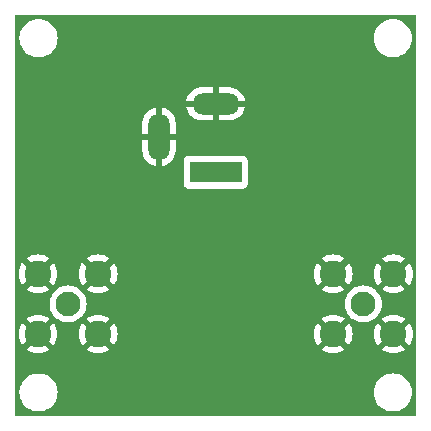
<source format=gbl>
%TF.GenerationSoftware,KiCad,Pcbnew,(6.0.6-0)*%
%TF.CreationDate,2023-01-17T17:24:57+00:00*%
%TF.ProjectId,preamplifier-tqp3m9028,70726561-6d70-46c6-9966-6965722d7471,1.0*%
%TF.SameCoordinates,Original*%
%TF.FileFunction,Copper,L2,Bot*%
%TF.FilePolarity,Positive*%
%FSLAX46Y46*%
G04 Gerber Fmt 4.6, Leading zero omitted, Abs format (unit mm)*
G04 Created by KiCad (PCBNEW (6.0.6-0)) date 2023-01-17 17:24:57*
%MOMM*%
%LPD*%
G01*
G04 APERTURE LIST*
%TA.AperFunction,ComponentPad*%
%ADD10C,2.100000*%
%TD*%
%TA.AperFunction,ComponentPad*%
%ADD11C,2.250000*%
%TD*%
%TA.AperFunction,ComponentPad*%
%ADD12R,4.400000X1.800000*%
%TD*%
%TA.AperFunction,ComponentPad*%
%ADD13O,4.000000X1.800000*%
%TD*%
%TA.AperFunction,ComponentPad*%
%ADD14O,1.800000X4.000000*%
%TD*%
%TA.AperFunction,ViaPad*%
%ADD15C,0.800000*%
%TD*%
G04 APERTURE END LIST*
D10*
X105000000Y-110000000D03*
D11*
X107550000Y-107450000D03*
X107550000Y-112550000D03*
X102450000Y-107450000D03*
X102450000Y-112550000D03*
D10*
X130000000Y-110000000D03*
D11*
X132550000Y-107450000D03*
X127450000Y-112550000D03*
X132550000Y-112550000D03*
X127450000Y-107450000D03*
D12*
X117500000Y-98856800D03*
D13*
X117500000Y-93056800D03*
D14*
X112700000Y-95856800D03*
D15*
X121025000Y-107050000D03*
X123325000Y-107125000D03*
X114400000Y-108600000D03*
X127575000Y-86825000D03*
X126000000Y-104200000D03*
X115750000Y-91000000D03*
X121200000Y-101150000D03*
X111400000Y-108600000D03*
X116000000Y-108400000D03*
X116000000Y-107400000D03*
X124000000Y-106000000D03*
X122600000Y-108600000D03*
X127750000Y-99900000D03*
X110750000Y-93750000D03*
X128250000Y-93250000D03*
X118000000Y-105200000D03*
X110750000Y-96250000D03*
X117000000Y-105200000D03*
X120400000Y-111400000D03*
X112400000Y-111400000D03*
X127750000Y-101000000D03*
X123600000Y-108600000D03*
X121200000Y-99600000D03*
X124825000Y-94800000D03*
X109400000Y-108600000D03*
X119400000Y-111400000D03*
X119000000Y-108400000D03*
X111400000Y-111400000D03*
X109400000Y-111400000D03*
X118400000Y-111400000D03*
X119000000Y-105200000D03*
X125600000Y-108600000D03*
X124400000Y-111400000D03*
X122400000Y-111400000D03*
X114400000Y-111400000D03*
X116400000Y-111400000D03*
X110400000Y-108600000D03*
X130775000Y-90350000D03*
X123400000Y-111400000D03*
X116000000Y-106200000D03*
X125400000Y-111400000D03*
X126000000Y-102200000D03*
X110750000Y-97500000D03*
X124600000Y-108600000D03*
X117400000Y-111400000D03*
X116000000Y-105200000D03*
X125200000Y-105800000D03*
X128250000Y-94500000D03*
X121200000Y-102825000D03*
X117500000Y-91000000D03*
X110750000Y-95000000D03*
X110400000Y-111400000D03*
X119000000Y-106200000D03*
X120000000Y-108400000D03*
X126000000Y-103200000D03*
X123750000Y-96500000D03*
X112400000Y-108600000D03*
X113400000Y-111400000D03*
X121400000Y-111400000D03*
X127750000Y-98800000D03*
X119250000Y-91000000D03*
X115400000Y-111400000D03*
X113400000Y-108600000D03*
X119000000Y-107400000D03*
X126000000Y-105200000D03*
%TA.AperFunction,Conductor*%
G36*
X134433621Y-85528502D02*
G01*
X134480114Y-85582158D01*
X134491500Y-85634500D01*
X134491500Y-119365500D01*
X134471498Y-119433621D01*
X134417842Y-119480114D01*
X134365500Y-119491500D01*
X100634500Y-119491500D01*
X100566379Y-119471498D01*
X100519886Y-119417842D01*
X100508500Y-119365500D01*
X100508500Y-117500000D01*
X100886526Y-117500000D01*
X100906391Y-117752403D01*
X100965495Y-117998591D01*
X101062384Y-118232502D01*
X101194672Y-118448376D01*
X101359102Y-118640898D01*
X101551624Y-118805328D01*
X101767498Y-118937616D01*
X101772068Y-118939509D01*
X101772072Y-118939511D01*
X101996836Y-119032611D01*
X102001409Y-119034505D01*
X102086032Y-119054821D01*
X102242784Y-119092454D01*
X102242790Y-119092455D01*
X102247597Y-119093609D01*
X102347416Y-119101465D01*
X102434345Y-119108307D01*
X102434352Y-119108307D01*
X102436801Y-119108500D01*
X102563199Y-119108500D01*
X102565648Y-119108307D01*
X102565655Y-119108307D01*
X102652584Y-119101465D01*
X102752403Y-119093609D01*
X102757210Y-119092455D01*
X102757216Y-119092454D01*
X102913968Y-119054821D01*
X102998591Y-119034505D01*
X103003164Y-119032611D01*
X103227928Y-118939511D01*
X103227932Y-118939509D01*
X103232502Y-118937616D01*
X103448376Y-118805328D01*
X103640898Y-118640898D01*
X103805328Y-118448376D01*
X103937616Y-118232502D01*
X104034505Y-117998591D01*
X104093609Y-117752403D01*
X104113474Y-117500000D01*
X130886526Y-117500000D01*
X130906391Y-117752403D01*
X130965495Y-117998591D01*
X131062384Y-118232502D01*
X131194672Y-118448376D01*
X131359102Y-118640898D01*
X131551624Y-118805328D01*
X131767498Y-118937616D01*
X131772068Y-118939509D01*
X131772072Y-118939511D01*
X131996836Y-119032611D01*
X132001409Y-119034505D01*
X132086032Y-119054821D01*
X132242784Y-119092454D01*
X132242790Y-119092455D01*
X132247597Y-119093609D01*
X132347416Y-119101465D01*
X132434345Y-119108307D01*
X132434352Y-119108307D01*
X132436801Y-119108500D01*
X132563199Y-119108500D01*
X132565648Y-119108307D01*
X132565655Y-119108307D01*
X132652584Y-119101465D01*
X132752403Y-119093609D01*
X132757210Y-119092455D01*
X132757216Y-119092454D01*
X132913968Y-119054821D01*
X132998591Y-119034505D01*
X133003164Y-119032611D01*
X133227928Y-118939511D01*
X133227932Y-118939509D01*
X133232502Y-118937616D01*
X133448376Y-118805328D01*
X133640898Y-118640898D01*
X133805328Y-118448376D01*
X133937616Y-118232502D01*
X134034505Y-117998591D01*
X134093609Y-117752403D01*
X134113474Y-117500000D01*
X134093609Y-117247597D01*
X134034505Y-117001409D01*
X133937616Y-116767498D01*
X133805328Y-116551624D01*
X133640898Y-116359102D01*
X133448376Y-116194672D01*
X133232502Y-116062384D01*
X133227932Y-116060491D01*
X133227928Y-116060489D01*
X133003164Y-115967389D01*
X133003162Y-115967388D01*
X132998591Y-115965495D01*
X132913968Y-115945179D01*
X132757216Y-115907546D01*
X132757210Y-115907545D01*
X132752403Y-115906391D01*
X132652584Y-115898535D01*
X132565655Y-115891693D01*
X132565648Y-115891693D01*
X132563199Y-115891500D01*
X132436801Y-115891500D01*
X132434352Y-115891693D01*
X132434345Y-115891693D01*
X132347416Y-115898535D01*
X132247597Y-115906391D01*
X132242790Y-115907545D01*
X132242784Y-115907546D01*
X132086032Y-115945179D01*
X132001409Y-115965495D01*
X131996838Y-115967388D01*
X131996836Y-115967389D01*
X131772072Y-116060489D01*
X131772068Y-116060491D01*
X131767498Y-116062384D01*
X131551624Y-116194672D01*
X131359102Y-116359102D01*
X131194672Y-116551624D01*
X131062384Y-116767498D01*
X130965495Y-117001409D01*
X130906391Y-117247597D01*
X130886526Y-117500000D01*
X104113474Y-117500000D01*
X104093609Y-117247597D01*
X104034505Y-117001409D01*
X103937616Y-116767498D01*
X103805328Y-116551624D01*
X103640898Y-116359102D01*
X103448376Y-116194672D01*
X103232502Y-116062384D01*
X103227932Y-116060491D01*
X103227928Y-116060489D01*
X103003164Y-115967389D01*
X103003162Y-115967388D01*
X102998591Y-115965495D01*
X102913968Y-115945179D01*
X102757216Y-115907546D01*
X102757210Y-115907545D01*
X102752403Y-115906391D01*
X102652584Y-115898535D01*
X102565655Y-115891693D01*
X102565648Y-115891693D01*
X102563199Y-115891500D01*
X102436801Y-115891500D01*
X102434352Y-115891693D01*
X102434345Y-115891693D01*
X102347416Y-115898535D01*
X102247597Y-115906391D01*
X102242790Y-115907545D01*
X102242784Y-115907546D01*
X102086032Y-115945179D01*
X102001409Y-115965495D01*
X101996838Y-115967388D01*
X101996836Y-115967389D01*
X101772072Y-116060489D01*
X101772068Y-116060491D01*
X101767498Y-116062384D01*
X101551624Y-116194672D01*
X101359102Y-116359102D01*
X101194672Y-116551624D01*
X101062384Y-116767498D01*
X100965495Y-117001409D01*
X100906391Y-117247597D01*
X100886526Y-117500000D01*
X100508500Y-117500000D01*
X100508500Y-113874471D01*
X101490884Y-113874471D01*
X101494570Y-113879740D01*
X101702121Y-114006927D01*
X101710915Y-114011408D01*
X101939242Y-114105984D01*
X101948627Y-114109033D01*
X102188940Y-114166728D01*
X102198687Y-114168271D01*
X102445070Y-114187662D01*
X102454930Y-114187662D01*
X102701313Y-114168271D01*
X102711060Y-114166728D01*
X102951373Y-114109033D01*
X102960758Y-114105984D01*
X103189085Y-114011408D01*
X103197879Y-114006927D01*
X103403928Y-113880660D01*
X103407968Y-113874471D01*
X106590884Y-113874471D01*
X106594570Y-113879740D01*
X106802121Y-114006927D01*
X106810915Y-114011408D01*
X107039242Y-114105984D01*
X107048627Y-114109033D01*
X107288940Y-114166728D01*
X107298687Y-114168271D01*
X107545070Y-114187662D01*
X107554930Y-114187662D01*
X107801313Y-114168271D01*
X107811060Y-114166728D01*
X108051373Y-114109033D01*
X108060758Y-114105984D01*
X108289085Y-114011408D01*
X108297879Y-114006927D01*
X108503928Y-113880660D01*
X108507968Y-113874471D01*
X126490884Y-113874471D01*
X126494570Y-113879740D01*
X126702121Y-114006927D01*
X126710915Y-114011408D01*
X126939242Y-114105984D01*
X126948627Y-114109033D01*
X127188940Y-114166728D01*
X127198687Y-114168271D01*
X127445070Y-114187662D01*
X127454930Y-114187662D01*
X127701313Y-114168271D01*
X127711060Y-114166728D01*
X127951373Y-114109033D01*
X127960758Y-114105984D01*
X128189085Y-114011408D01*
X128197879Y-114006927D01*
X128403928Y-113880660D01*
X128407968Y-113874471D01*
X131590884Y-113874471D01*
X131594570Y-113879740D01*
X131802121Y-114006927D01*
X131810915Y-114011408D01*
X132039242Y-114105984D01*
X132048627Y-114109033D01*
X132288940Y-114166728D01*
X132298687Y-114168271D01*
X132545070Y-114187662D01*
X132554930Y-114187662D01*
X132801313Y-114168271D01*
X132811060Y-114166728D01*
X133051373Y-114109033D01*
X133060758Y-114105984D01*
X133289085Y-114011408D01*
X133297879Y-114006927D01*
X133503928Y-113880660D01*
X133509190Y-113872599D01*
X133503183Y-113862393D01*
X132562812Y-112922022D01*
X132548868Y-112914408D01*
X132547035Y-112914539D01*
X132540420Y-112918790D01*
X131598276Y-113860934D01*
X131590884Y-113874471D01*
X128407968Y-113874471D01*
X128409190Y-113872599D01*
X128403183Y-113862393D01*
X127462812Y-112922022D01*
X127448868Y-112914408D01*
X127447035Y-112914539D01*
X127440420Y-112918790D01*
X126498276Y-113860934D01*
X126490884Y-113874471D01*
X108507968Y-113874471D01*
X108509190Y-113872599D01*
X108503183Y-113862393D01*
X107562812Y-112922022D01*
X107548868Y-112914408D01*
X107547035Y-112914539D01*
X107540420Y-112918790D01*
X106598276Y-113860934D01*
X106590884Y-113874471D01*
X103407968Y-113874471D01*
X103409190Y-113872599D01*
X103403183Y-113862393D01*
X102462812Y-112922022D01*
X102448868Y-112914408D01*
X102447035Y-112914539D01*
X102440420Y-112918790D01*
X101498276Y-113860934D01*
X101490884Y-113874471D01*
X100508500Y-113874471D01*
X100508500Y-112554930D01*
X100812338Y-112554930D01*
X100831729Y-112801313D01*
X100833272Y-112811060D01*
X100890967Y-113051373D01*
X100894016Y-113060758D01*
X100988592Y-113289085D01*
X100993073Y-113297879D01*
X101119340Y-113503928D01*
X101127401Y-113509190D01*
X101137607Y-113503183D01*
X102077978Y-112562812D01*
X102084356Y-112551132D01*
X102814408Y-112551132D01*
X102814539Y-112552965D01*
X102818790Y-112559580D01*
X103760934Y-113501724D01*
X103774471Y-113509116D01*
X103779740Y-113505430D01*
X103906927Y-113297879D01*
X103911408Y-113289085D01*
X104005984Y-113060758D01*
X104009033Y-113051373D01*
X104066728Y-112811060D01*
X104068271Y-112801313D01*
X104087662Y-112554930D01*
X105912338Y-112554930D01*
X105931729Y-112801313D01*
X105933272Y-112811060D01*
X105990967Y-113051373D01*
X105994016Y-113060758D01*
X106088592Y-113289085D01*
X106093073Y-113297879D01*
X106219340Y-113503928D01*
X106227401Y-113509190D01*
X106237607Y-113503183D01*
X107177978Y-112562812D01*
X107184356Y-112551132D01*
X107914408Y-112551132D01*
X107914539Y-112552965D01*
X107918790Y-112559580D01*
X108860934Y-113501724D01*
X108874471Y-113509116D01*
X108879740Y-113505430D01*
X109006927Y-113297879D01*
X109011408Y-113289085D01*
X109105984Y-113060758D01*
X109109033Y-113051373D01*
X109166728Y-112811060D01*
X109168271Y-112801313D01*
X109187662Y-112554930D01*
X125812338Y-112554930D01*
X125831729Y-112801313D01*
X125833272Y-112811060D01*
X125890967Y-113051373D01*
X125894016Y-113060758D01*
X125988592Y-113289085D01*
X125993073Y-113297879D01*
X126119340Y-113503928D01*
X126127401Y-113509190D01*
X126137607Y-113503183D01*
X127077978Y-112562812D01*
X127084356Y-112551132D01*
X127814408Y-112551132D01*
X127814539Y-112552965D01*
X127818790Y-112559580D01*
X128760934Y-113501724D01*
X128774471Y-113509116D01*
X128779740Y-113505430D01*
X128906927Y-113297879D01*
X128911408Y-113289085D01*
X129005984Y-113060758D01*
X129009033Y-113051373D01*
X129066728Y-112811060D01*
X129068271Y-112801313D01*
X129087662Y-112554930D01*
X130912338Y-112554930D01*
X130931729Y-112801313D01*
X130933272Y-112811060D01*
X130990967Y-113051373D01*
X130994016Y-113060758D01*
X131088592Y-113289085D01*
X131093073Y-113297879D01*
X131219340Y-113503928D01*
X131227401Y-113509190D01*
X131237607Y-113503183D01*
X132177978Y-112562812D01*
X132184356Y-112551132D01*
X132914408Y-112551132D01*
X132914539Y-112552965D01*
X132918790Y-112559580D01*
X133860934Y-113501724D01*
X133874471Y-113509116D01*
X133879740Y-113505430D01*
X134006927Y-113297879D01*
X134011408Y-113289085D01*
X134105984Y-113060758D01*
X134109033Y-113051373D01*
X134166728Y-112811060D01*
X134168271Y-112801313D01*
X134187662Y-112554930D01*
X134187662Y-112545070D01*
X134168271Y-112298687D01*
X134166728Y-112288940D01*
X134109033Y-112048627D01*
X134105984Y-112039242D01*
X134011408Y-111810915D01*
X134006927Y-111802121D01*
X133880660Y-111596072D01*
X133872599Y-111590810D01*
X133862393Y-111596817D01*
X132922022Y-112537188D01*
X132914408Y-112551132D01*
X132184356Y-112551132D01*
X132185592Y-112548868D01*
X132185461Y-112547035D01*
X132181210Y-112540420D01*
X131239066Y-111598276D01*
X131225529Y-111590884D01*
X131220260Y-111594570D01*
X131093073Y-111802121D01*
X131088592Y-111810915D01*
X130994016Y-112039242D01*
X130990967Y-112048627D01*
X130933272Y-112288940D01*
X130931729Y-112298687D01*
X130912338Y-112545070D01*
X130912338Y-112554930D01*
X129087662Y-112554930D01*
X129087662Y-112545070D01*
X129068271Y-112298687D01*
X129066728Y-112288940D01*
X129009033Y-112048627D01*
X129005984Y-112039242D01*
X128911408Y-111810915D01*
X128906927Y-111802121D01*
X128780660Y-111596072D01*
X128772599Y-111590810D01*
X128762393Y-111596817D01*
X127822022Y-112537188D01*
X127814408Y-112551132D01*
X127084356Y-112551132D01*
X127085592Y-112548868D01*
X127085461Y-112547035D01*
X127081210Y-112540420D01*
X126139066Y-111598276D01*
X126125529Y-111590884D01*
X126120260Y-111594570D01*
X125993073Y-111802121D01*
X125988592Y-111810915D01*
X125894016Y-112039242D01*
X125890967Y-112048627D01*
X125833272Y-112288940D01*
X125831729Y-112298687D01*
X125812338Y-112545070D01*
X125812338Y-112554930D01*
X109187662Y-112554930D01*
X109187662Y-112545070D01*
X109168271Y-112298687D01*
X109166728Y-112288940D01*
X109109033Y-112048627D01*
X109105984Y-112039242D01*
X109011408Y-111810915D01*
X109006927Y-111802121D01*
X108880660Y-111596072D01*
X108872599Y-111590810D01*
X108862393Y-111596817D01*
X107922022Y-112537188D01*
X107914408Y-112551132D01*
X107184356Y-112551132D01*
X107185592Y-112548868D01*
X107185461Y-112547035D01*
X107181210Y-112540420D01*
X106239066Y-111598276D01*
X106225529Y-111590884D01*
X106220260Y-111594570D01*
X106093073Y-111802121D01*
X106088592Y-111810915D01*
X105994016Y-112039242D01*
X105990967Y-112048627D01*
X105933272Y-112288940D01*
X105931729Y-112298687D01*
X105912338Y-112545070D01*
X105912338Y-112554930D01*
X104087662Y-112554930D01*
X104087662Y-112545070D01*
X104068271Y-112298687D01*
X104066728Y-112288940D01*
X104009033Y-112048627D01*
X104005984Y-112039242D01*
X103911408Y-111810915D01*
X103906927Y-111802121D01*
X103780660Y-111596072D01*
X103772599Y-111590810D01*
X103762393Y-111596817D01*
X102822022Y-112537188D01*
X102814408Y-112551132D01*
X102084356Y-112551132D01*
X102085592Y-112548868D01*
X102085461Y-112547035D01*
X102081210Y-112540420D01*
X101139066Y-111598276D01*
X101125529Y-111590884D01*
X101120260Y-111594570D01*
X100993073Y-111802121D01*
X100988592Y-111810915D01*
X100894016Y-112039242D01*
X100890967Y-112048627D01*
X100833272Y-112288940D01*
X100831729Y-112298687D01*
X100812338Y-112545070D01*
X100812338Y-112554930D01*
X100508500Y-112554930D01*
X100508500Y-111227401D01*
X101490810Y-111227401D01*
X101496817Y-111237607D01*
X102437188Y-112177978D01*
X102451132Y-112185592D01*
X102452965Y-112185461D01*
X102459580Y-112181210D01*
X103401724Y-111239066D01*
X103409116Y-111225529D01*
X103405430Y-111220260D01*
X103197879Y-111093073D01*
X103189085Y-111088592D01*
X102960758Y-110994016D01*
X102951373Y-110990967D01*
X102711060Y-110933272D01*
X102701313Y-110931729D01*
X102454930Y-110912338D01*
X102445070Y-110912338D01*
X102198687Y-110931729D01*
X102188940Y-110933272D01*
X101948627Y-110990967D01*
X101939242Y-110994016D01*
X101710915Y-111088592D01*
X101702121Y-111093073D01*
X101496072Y-111219340D01*
X101490810Y-111227401D01*
X100508500Y-111227401D01*
X100508500Y-110000000D01*
X103436681Y-110000000D01*
X103455928Y-110244557D01*
X103513195Y-110483092D01*
X103607073Y-110709732D01*
X103735248Y-110918896D01*
X103738463Y-110922660D01*
X103738465Y-110922663D01*
X103747526Y-110933272D01*
X103894567Y-111105433D01*
X103898323Y-111108641D01*
X104051030Y-111239066D01*
X104081104Y-111264752D01*
X104085327Y-111267340D01*
X104085330Y-111267342D01*
X104154515Y-111309738D01*
X104290268Y-111392927D01*
X104434967Y-111452864D01*
X104512335Y-111484911D01*
X104512337Y-111484912D01*
X104516908Y-111486805D01*
X104599563Y-111506649D01*
X104750630Y-111542917D01*
X104750636Y-111542918D01*
X104755443Y-111544072D01*
X105000000Y-111563319D01*
X105244557Y-111544072D01*
X105249364Y-111542918D01*
X105249370Y-111542917D01*
X105400437Y-111506649D01*
X105483092Y-111486805D01*
X105487663Y-111484912D01*
X105487665Y-111484911D01*
X105565033Y-111452864D01*
X105709732Y-111392927D01*
X105845485Y-111309738D01*
X105914670Y-111267342D01*
X105914673Y-111267340D01*
X105918896Y-111264752D01*
X105948971Y-111239066D01*
X105962629Y-111227401D01*
X106590810Y-111227401D01*
X106596817Y-111237607D01*
X107537188Y-112177978D01*
X107551132Y-112185592D01*
X107552965Y-112185461D01*
X107559580Y-112181210D01*
X108501724Y-111239066D01*
X108508094Y-111227401D01*
X126490810Y-111227401D01*
X126496817Y-111237607D01*
X127437188Y-112177978D01*
X127451132Y-112185592D01*
X127452965Y-112185461D01*
X127459580Y-112181210D01*
X128401724Y-111239066D01*
X128409116Y-111225529D01*
X128405430Y-111220260D01*
X128197879Y-111093073D01*
X128189085Y-111088592D01*
X127960758Y-110994016D01*
X127951373Y-110990967D01*
X127711060Y-110933272D01*
X127701313Y-110931729D01*
X127454930Y-110912338D01*
X127445070Y-110912338D01*
X127198687Y-110931729D01*
X127188940Y-110933272D01*
X126948627Y-110990967D01*
X126939242Y-110994016D01*
X126710915Y-111088592D01*
X126702121Y-111093073D01*
X126496072Y-111219340D01*
X126490810Y-111227401D01*
X108508094Y-111227401D01*
X108509116Y-111225529D01*
X108505430Y-111220260D01*
X108297879Y-111093073D01*
X108289085Y-111088592D01*
X108060758Y-110994016D01*
X108051373Y-110990967D01*
X107811060Y-110933272D01*
X107801313Y-110931729D01*
X107554930Y-110912338D01*
X107545070Y-110912338D01*
X107298687Y-110931729D01*
X107288940Y-110933272D01*
X107048627Y-110990967D01*
X107039242Y-110994016D01*
X106810915Y-111088592D01*
X106802121Y-111093073D01*
X106596072Y-111219340D01*
X106590810Y-111227401D01*
X105962629Y-111227401D01*
X106101677Y-111108641D01*
X106105433Y-111105433D01*
X106252474Y-110933272D01*
X106261535Y-110922663D01*
X106261537Y-110922660D01*
X106264752Y-110918896D01*
X106392927Y-110709732D01*
X106486805Y-110483092D01*
X106544072Y-110244557D01*
X106563319Y-110000000D01*
X128436681Y-110000000D01*
X128455928Y-110244557D01*
X128513195Y-110483092D01*
X128607073Y-110709732D01*
X128735248Y-110918896D01*
X128738463Y-110922660D01*
X128738465Y-110922663D01*
X128747526Y-110933272D01*
X128894567Y-111105433D01*
X128898323Y-111108641D01*
X129051030Y-111239066D01*
X129081104Y-111264752D01*
X129085327Y-111267340D01*
X129085330Y-111267342D01*
X129154515Y-111309738D01*
X129290268Y-111392927D01*
X129434967Y-111452864D01*
X129512335Y-111484911D01*
X129512337Y-111484912D01*
X129516908Y-111486805D01*
X129599563Y-111506649D01*
X129750630Y-111542917D01*
X129750636Y-111542918D01*
X129755443Y-111544072D01*
X130000000Y-111563319D01*
X130244557Y-111544072D01*
X130249364Y-111542918D01*
X130249370Y-111542917D01*
X130400437Y-111506649D01*
X130483092Y-111486805D01*
X130487663Y-111484912D01*
X130487665Y-111484911D01*
X130565033Y-111452864D01*
X130709732Y-111392927D01*
X130845485Y-111309738D01*
X130914670Y-111267342D01*
X130914673Y-111267340D01*
X130918896Y-111264752D01*
X130948971Y-111239066D01*
X130962629Y-111227401D01*
X131590810Y-111227401D01*
X131596817Y-111237607D01*
X132537188Y-112177978D01*
X132551132Y-112185592D01*
X132552965Y-112185461D01*
X132559580Y-112181210D01*
X133501724Y-111239066D01*
X133509116Y-111225529D01*
X133505430Y-111220260D01*
X133297879Y-111093073D01*
X133289085Y-111088592D01*
X133060758Y-110994016D01*
X133051373Y-110990967D01*
X132811060Y-110933272D01*
X132801313Y-110931729D01*
X132554930Y-110912338D01*
X132545070Y-110912338D01*
X132298687Y-110931729D01*
X132288940Y-110933272D01*
X132048627Y-110990967D01*
X132039242Y-110994016D01*
X131810915Y-111088592D01*
X131802121Y-111093073D01*
X131596072Y-111219340D01*
X131590810Y-111227401D01*
X130962629Y-111227401D01*
X131101677Y-111108641D01*
X131105433Y-111105433D01*
X131252474Y-110933272D01*
X131261535Y-110922663D01*
X131261537Y-110922660D01*
X131264752Y-110918896D01*
X131392927Y-110709732D01*
X131486805Y-110483092D01*
X131544072Y-110244557D01*
X131563319Y-110000000D01*
X131544072Y-109755443D01*
X131486805Y-109516908D01*
X131392927Y-109290268D01*
X131264752Y-109081104D01*
X131253792Y-109068271D01*
X131108641Y-108898323D01*
X131105433Y-108894567D01*
X130964820Y-108774471D01*
X131590884Y-108774471D01*
X131594570Y-108779740D01*
X131802121Y-108906927D01*
X131810915Y-108911408D01*
X132039242Y-109005984D01*
X132048627Y-109009033D01*
X132288940Y-109066728D01*
X132298687Y-109068271D01*
X132545070Y-109087662D01*
X132554930Y-109087662D01*
X132801313Y-109068271D01*
X132811060Y-109066728D01*
X133051373Y-109009033D01*
X133060758Y-109005984D01*
X133289085Y-108911408D01*
X133297879Y-108906927D01*
X133503928Y-108780660D01*
X133509190Y-108772599D01*
X133503183Y-108762393D01*
X132562812Y-107822022D01*
X132548868Y-107814408D01*
X132547035Y-107814539D01*
X132540420Y-107818790D01*
X131598276Y-108760934D01*
X131590884Y-108774471D01*
X130964820Y-108774471D01*
X130962628Y-108772599D01*
X130922663Y-108738465D01*
X130922660Y-108738463D01*
X130918896Y-108735248D01*
X130914673Y-108732660D01*
X130914670Y-108732658D01*
X130845485Y-108690262D01*
X130709732Y-108607073D01*
X130565033Y-108547136D01*
X130487665Y-108515089D01*
X130487663Y-108515088D01*
X130483092Y-108513195D01*
X130400437Y-108493351D01*
X130249370Y-108457083D01*
X130249364Y-108457082D01*
X130244557Y-108455928D01*
X130000000Y-108436681D01*
X129755443Y-108455928D01*
X129750636Y-108457082D01*
X129750630Y-108457083D01*
X129599563Y-108493351D01*
X129516908Y-108513195D01*
X129512337Y-108515088D01*
X129512335Y-108515089D01*
X129434967Y-108547136D01*
X129290268Y-108607073D01*
X129154515Y-108690262D01*
X129085330Y-108732658D01*
X129085327Y-108732660D01*
X129081104Y-108735248D01*
X129077340Y-108738463D01*
X129077337Y-108738465D01*
X129037372Y-108772599D01*
X128894567Y-108894567D01*
X128891359Y-108898323D01*
X128746209Y-109068271D01*
X128735248Y-109081104D01*
X128607073Y-109290268D01*
X128513195Y-109516908D01*
X128455928Y-109755443D01*
X128436681Y-110000000D01*
X106563319Y-110000000D01*
X106544072Y-109755443D01*
X106486805Y-109516908D01*
X106392927Y-109290268D01*
X106264752Y-109081104D01*
X106253792Y-109068271D01*
X106108641Y-108898323D01*
X106105433Y-108894567D01*
X105964820Y-108774471D01*
X106590884Y-108774471D01*
X106594570Y-108779740D01*
X106802121Y-108906927D01*
X106810915Y-108911408D01*
X107039242Y-109005984D01*
X107048627Y-109009033D01*
X107288940Y-109066728D01*
X107298687Y-109068271D01*
X107545070Y-109087662D01*
X107554930Y-109087662D01*
X107801313Y-109068271D01*
X107811060Y-109066728D01*
X108051373Y-109009033D01*
X108060758Y-109005984D01*
X108289085Y-108911408D01*
X108297879Y-108906927D01*
X108503928Y-108780660D01*
X108507968Y-108774471D01*
X126490884Y-108774471D01*
X126494570Y-108779740D01*
X126702121Y-108906927D01*
X126710915Y-108911408D01*
X126939242Y-109005984D01*
X126948627Y-109009033D01*
X127188940Y-109066728D01*
X127198687Y-109068271D01*
X127445070Y-109087662D01*
X127454930Y-109087662D01*
X127701313Y-109068271D01*
X127711060Y-109066728D01*
X127951373Y-109009033D01*
X127960758Y-109005984D01*
X128189085Y-108911408D01*
X128197879Y-108906927D01*
X128403928Y-108780660D01*
X128409190Y-108772599D01*
X128403183Y-108762393D01*
X127462812Y-107822022D01*
X127448868Y-107814408D01*
X127447035Y-107814539D01*
X127440420Y-107818790D01*
X126498276Y-108760934D01*
X126490884Y-108774471D01*
X108507968Y-108774471D01*
X108509190Y-108772599D01*
X108503183Y-108762393D01*
X107562812Y-107822022D01*
X107548868Y-107814408D01*
X107547035Y-107814539D01*
X107540420Y-107818790D01*
X106598276Y-108760934D01*
X106590884Y-108774471D01*
X105964820Y-108774471D01*
X105962628Y-108772599D01*
X105922663Y-108738465D01*
X105922660Y-108738463D01*
X105918896Y-108735248D01*
X105914673Y-108732660D01*
X105914670Y-108732658D01*
X105845485Y-108690262D01*
X105709732Y-108607073D01*
X105565033Y-108547136D01*
X105487665Y-108515089D01*
X105487663Y-108515088D01*
X105483092Y-108513195D01*
X105400437Y-108493351D01*
X105249370Y-108457083D01*
X105249364Y-108457082D01*
X105244557Y-108455928D01*
X105000000Y-108436681D01*
X104755443Y-108455928D01*
X104750636Y-108457082D01*
X104750630Y-108457083D01*
X104599563Y-108493351D01*
X104516908Y-108513195D01*
X104512337Y-108515088D01*
X104512335Y-108515089D01*
X104434967Y-108547136D01*
X104290268Y-108607073D01*
X104154515Y-108690262D01*
X104085330Y-108732658D01*
X104085327Y-108732660D01*
X104081104Y-108735248D01*
X104077340Y-108738463D01*
X104077337Y-108738465D01*
X104037372Y-108772599D01*
X103894567Y-108894567D01*
X103891359Y-108898323D01*
X103746209Y-109068271D01*
X103735248Y-109081104D01*
X103607073Y-109290268D01*
X103513195Y-109516908D01*
X103455928Y-109755443D01*
X103436681Y-110000000D01*
X100508500Y-110000000D01*
X100508500Y-108774471D01*
X101490884Y-108774471D01*
X101494570Y-108779740D01*
X101702121Y-108906927D01*
X101710915Y-108911408D01*
X101939242Y-109005984D01*
X101948627Y-109009033D01*
X102188940Y-109066728D01*
X102198687Y-109068271D01*
X102445070Y-109087662D01*
X102454930Y-109087662D01*
X102701313Y-109068271D01*
X102711060Y-109066728D01*
X102951373Y-109009033D01*
X102960758Y-109005984D01*
X103189085Y-108911408D01*
X103197879Y-108906927D01*
X103403928Y-108780660D01*
X103409190Y-108772599D01*
X103403183Y-108762393D01*
X102462812Y-107822022D01*
X102448868Y-107814408D01*
X102447035Y-107814539D01*
X102440420Y-107818790D01*
X101498276Y-108760934D01*
X101490884Y-108774471D01*
X100508500Y-108774471D01*
X100508500Y-107454930D01*
X100812338Y-107454930D01*
X100831729Y-107701313D01*
X100833272Y-107711060D01*
X100890967Y-107951373D01*
X100894016Y-107960758D01*
X100988592Y-108189085D01*
X100993073Y-108197879D01*
X101119340Y-108403928D01*
X101127401Y-108409190D01*
X101137607Y-108403183D01*
X102077978Y-107462812D01*
X102084356Y-107451132D01*
X102814408Y-107451132D01*
X102814539Y-107452965D01*
X102818790Y-107459580D01*
X103760934Y-108401724D01*
X103774471Y-108409116D01*
X103779740Y-108405430D01*
X103906927Y-108197879D01*
X103911408Y-108189085D01*
X104005984Y-107960758D01*
X104009033Y-107951373D01*
X104066728Y-107711060D01*
X104068271Y-107701313D01*
X104087662Y-107454930D01*
X105912338Y-107454930D01*
X105931729Y-107701313D01*
X105933272Y-107711060D01*
X105990967Y-107951373D01*
X105994016Y-107960758D01*
X106088592Y-108189085D01*
X106093073Y-108197879D01*
X106219340Y-108403928D01*
X106227401Y-108409190D01*
X106237607Y-108403183D01*
X107177978Y-107462812D01*
X107184356Y-107451132D01*
X107914408Y-107451132D01*
X107914539Y-107452965D01*
X107918790Y-107459580D01*
X108860934Y-108401724D01*
X108874471Y-108409116D01*
X108879740Y-108405430D01*
X109006927Y-108197879D01*
X109011408Y-108189085D01*
X109105984Y-107960758D01*
X109109033Y-107951373D01*
X109166728Y-107711060D01*
X109168271Y-107701313D01*
X109187662Y-107454930D01*
X125812338Y-107454930D01*
X125831729Y-107701313D01*
X125833272Y-107711060D01*
X125890967Y-107951373D01*
X125894016Y-107960758D01*
X125988592Y-108189085D01*
X125993073Y-108197879D01*
X126119340Y-108403928D01*
X126127401Y-108409190D01*
X126137607Y-108403183D01*
X127077978Y-107462812D01*
X127084356Y-107451132D01*
X127814408Y-107451132D01*
X127814539Y-107452965D01*
X127818790Y-107459580D01*
X128760934Y-108401724D01*
X128774471Y-108409116D01*
X128779740Y-108405430D01*
X128906927Y-108197879D01*
X128911408Y-108189085D01*
X129005984Y-107960758D01*
X129009033Y-107951373D01*
X129066728Y-107711060D01*
X129068271Y-107701313D01*
X129087662Y-107454930D01*
X130912338Y-107454930D01*
X130931729Y-107701313D01*
X130933272Y-107711060D01*
X130990967Y-107951373D01*
X130994016Y-107960758D01*
X131088592Y-108189085D01*
X131093073Y-108197879D01*
X131219340Y-108403928D01*
X131227401Y-108409190D01*
X131237607Y-108403183D01*
X132177978Y-107462812D01*
X132184356Y-107451132D01*
X132914408Y-107451132D01*
X132914539Y-107452965D01*
X132918790Y-107459580D01*
X133860934Y-108401724D01*
X133874471Y-108409116D01*
X133879740Y-108405430D01*
X134006927Y-108197879D01*
X134011408Y-108189085D01*
X134105984Y-107960758D01*
X134109033Y-107951373D01*
X134166728Y-107711060D01*
X134168271Y-107701313D01*
X134187662Y-107454930D01*
X134187662Y-107445070D01*
X134168271Y-107198687D01*
X134166728Y-107188940D01*
X134109033Y-106948627D01*
X134105984Y-106939242D01*
X134011408Y-106710915D01*
X134006927Y-106702121D01*
X133880660Y-106496072D01*
X133872599Y-106490810D01*
X133862393Y-106496817D01*
X132922022Y-107437188D01*
X132914408Y-107451132D01*
X132184356Y-107451132D01*
X132185592Y-107448868D01*
X132185461Y-107447035D01*
X132181210Y-107440420D01*
X131239066Y-106498276D01*
X131225529Y-106490884D01*
X131220260Y-106494570D01*
X131093073Y-106702121D01*
X131088592Y-106710915D01*
X130994016Y-106939242D01*
X130990967Y-106948627D01*
X130933272Y-107188940D01*
X130931729Y-107198687D01*
X130912338Y-107445070D01*
X130912338Y-107454930D01*
X129087662Y-107454930D01*
X129087662Y-107445070D01*
X129068271Y-107198687D01*
X129066728Y-107188940D01*
X129009033Y-106948627D01*
X129005984Y-106939242D01*
X128911408Y-106710915D01*
X128906927Y-106702121D01*
X128780660Y-106496072D01*
X128772599Y-106490810D01*
X128762393Y-106496817D01*
X127822022Y-107437188D01*
X127814408Y-107451132D01*
X127084356Y-107451132D01*
X127085592Y-107448868D01*
X127085461Y-107447035D01*
X127081210Y-107440420D01*
X126139066Y-106498276D01*
X126125529Y-106490884D01*
X126120260Y-106494570D01*
X125993073Y-106702121D01*
X125988592Y-106710915D01*
X125894016Y-106939242D01*
X125890967Y-106948627D01*
X125833272Y-107188940D01*
X125831729Y-107198687D01*
X125812338Y-107445070D01*
X125812338Y-107454930D01*
X109187662Y-107454930D01*
X109187662Y-107445070D01*
X109168271Y-107198687D01*
X109166728Y-107188940D01*
X109109033Y-106948627D01*
X109105984Y-106939242D01*
X109011408Y-106710915D01*
X109006927Y-106702121D01*
X108880660Y-106496072D01*
X108872599Y-106490810D01*
X108862393Y-106496817D01*
X107922022Y-107437188D01*
X107914408Y-107451132D01*
X107184356Y-107451132D01*
X107185592Y-107448868D01*
X107185461Y-107447035D01*
X107181210Y-107440420D01*
X106239066Y-106498276D01*
X106225529Y-106490884D01*
X106220260Y-106494570D01*
X106093073Y-106702121D01*
X106088592Y-106710915D01*
X105994016Y-106939242D01*
X105990967Y-106948627D01*
X105933272Y-107188940D01*
X105931729Y-107198687D01*
X105912338Y-107445070D01*
X105912338Y-107454930D01*
X104087662Y-107454930D01*
X104087662Y-107445070D01*
X104068271Y-107198687D01*
X104066728Y-107188940D01*
X104009033Y-106948627D01*
X104005984Y-106939242D01*
X103911408Y-106710915D01*
X103906927Y-106702121D01*
X103780660Y-106496072D01*
X103772599Y-106490810D01*
X103762393Y-106496817D01*
X102822022Y-107437188D01*
X102814408Y-107451132D01*
X102084356Y-107451132D01*
X102085592Y-107448868D01*
X102085461Y-107447035D01*
X102081210Y-107440420D01*
X101139066Y-106498276D01*
X101125529Y-106490884D01*
X101120260Y-106494570D01*
X100993073Y-106702121D01*
X100988592Y-106710915D01*
X100894016Y-106939242D01*
X100890967Y-106948627D01*
X100833272Y-107188940D01*
X100831729Y-107198687D01*
X100812338Y-107445070D01*
X100812338Y-107454930D01*
X100508500Y-107454930D01*
X100508500Y-106127401D01*
X101490810Y-106127401D01*
X101496817Y-106137607D01*
X102437188Y-107077978D01*
X102451132Y-107085592D01*
X102452965Y-107085461D01*
X102459580Y-107081210D01*
X103401724Y-106139066D01*
X103408094Y-106127401D01*
X106590810Y-106127401D01*
X106596817Y-106137607D01*
X107537188Y-107077978D01*
X107551132Y-107085592D01*
X107552965Y-107085461D01*
X107559580Y-107081210D01*
X108501724Y-106139066D01*
X108508094Y-106127401D01*
X126490810Y-106127401D01*
X126496817Y-106137607D01*
X127437188Y-107077978D01*
X127451132Y-107085592D01*
X127452965Y-107085461D01*
X127459580Y-107081210D01*
X128401724Y-106139066D01*
X128408094Y-106127401D01*
X131590810Y-106127401D01*
X131596817Y-106137607D01*
X132537188Y-107077978D01*
X132551132Y-107085592D01*
X132552965Y-107085461D01*
X132559580Y-107081210D01*
X133501724Y-106139066D01*
X133509116Y-106125529D01*
X133505430Y-106120260D01*
X133297879Y-105993073D01*
X133289085Y-105988592D01*
X133060758Y-105894016D01*
X133051373Y-105890967D01*
X132811060Y-105833272D01*
X132801313Y-105831729D01*
X132554930Y-105812338D01*
X132545070Y-105812338D01*
X132298687Y-105831729D01*
X132288940Y-105833272D01*
X132048627Y-105890967D01*
X132039242Y-105894016D01*
X131810915Y-105988592D01*
X131802121Y-105993073D01*
X131596072Y-106119340D01*
X131590810Y-106127401D01*
X128408094Y-106127401D01*
X128409116Y-106125529D01*
X128405430Y-106120260D01*
X128197879Y-105993073D01*
X128189085Y-105988592D01*
X127960758Y-105894016D01*
X127951373Y-105890967D01*
X127711060Y-105833272D01*
X127701313Y-105831729D01*
X127454930Y-105812338D01*
X127445070Y-105812338D01*
X127198687Y-105831729D01*
X127188940Y-105833272D01*
X126948627Y-105890967D01*
X126939242Y-105894016D01*
X126710915Y-105988592D01*
X126702121Y-105993073D01*
X126496072Y-106119340D01*
X126490810Y-106127401D01*
X108508094Y-106127401D01*
X108509116Y-106125529D01*
X108505430Y-106120260D01*
X108297879Y-105993073D01*
X108289085Y-105988592D01*
X108060758Y-105894016D01*
X108051373Y-105890967D01*
X107811060Y-105833272D01*
X107801313Y-105831729D01*
X107554930Y-105812338D01*
X107545070Y-105812338D01*
X107298687Y-105831729D01*
X107288940Y-105833272D01*
X107048627Y-105890967D01*
X107039242Y-105894016D01*
X106810915Y-105988592D01*
X106802121Y-105993073D01*
X106596072Y-106119340D01*
X106590810Y-106127401D01*
X103408094Y-106127401D01*
X103409116Y-106125529D01*
X103405430Y-106120260D01*
X103197879Y-105993073D01*
X103189085Y-105988592D01*
X102960758Y-105894016D01*
X102951373Y-105890967D01*
X102711060Y-105833272D01*
X102701313Y-105831729D01*
X102454930Y-105812338D01*
X102445070Y-105812338D01*
X102198687Y-105831729D01*
X102188940Y-105833272D01*
X101948627Y-105890967D01*
X101939242Y-105894016D01*
X101710915Y-105988592D01*
X101702121Y-105993073D01*
X101496072Y-106119340D01*
X101490810Y-106127401D01*
X100508500Y-106127401D01*
X100508500Y-99804934D01*
X114791500Y-99804934D01*
X114798255Y-99867116D01*
X114849385Y-100003505D01*
X114936739Y-100120061D01*
X115053295Y-100207415D01*
X115189684Y-100258545D01*
X115251866Y-100265300D01*
X119748134Y-100265300D01*
X119810316Y-100258545D01*
X119946705Y-100207415D01*
X120063261Y-100120061D01*
X120150615Y-100003505D01*
X120201745Y-99867116D01*
X120208500Y-99804934D01*
X120208500Y-97908666D01*
X120201745Y-97846484D01*
X120150615Y-97710095D01*
X120063261Y-97593539D01*
X119946705Y-97506185D01*
X119810316Y-97455055D01*
X119748134Y-97448300D01*
X115251866Y-97448300D01*
X115189684Y-97455055D01*
X115053295Y-97506185D01*
X114936739Y-97593539D01*
X114849385Y-97710095D01*
X114798255Y-97846484D01*
X114791500Y-97908666D01*
X114791500Y-99804934D01*
X100508500Y-99804934D01*
X100508500Y-97014140D01*
X111292000Y-97014140D01*
X111292225Y-97019449D01*
X111306660Y-97189571D01*
X111308452Y-97200059D01*
X111365801Y-97421011D01*
X111369333Y-97431039D01*
X111463085Y-97639163D01*
X111468265Y-97648469D01*
X111595747Y-97837824D01*
X111602406Y-97846107D01*
X111759971Y-98011278D01*
X111767942Y-98018330D01*
X111951082Y-98154590D01*
X111960119Y-98160194D01*
X112163606Y-98263651D01*
X112173459Y-98267652D01*
X112391461Y-98335344D01*
X112401848Y-98337628D01*
X112428043Y-98341100D01*
X112442207Y-98338904D01*
X112446000Y-98325719D01*
X112446000Y-98324082D01*
X112954000Y-98324082D01*
X112957973Y-98337613D01*
X112968580Y-98339138D01*
X113100840Y-98311387D01*
X113111037Y-98308327D01*
X113323340Y-98224485D01*
X113332876Y-98219751D01*
X113528025Y-98101332D01*
X113536618Y-98095066D01*
X113709027Y-97945458D01*
X113716447Y-97937828D01*
X113861180Y-97761312D01*
X113867206Y-97752545D01*
X113980129Y-97554167D01*
X113984595Y-97544503D01*
X114062481Y-97329932D01*
X114065251Y-97319665D01*
X114106081Y-97093868D01*
X114107016Y-97085638D01*
X114107930Y-97066250D01*
X114108000Y-97063274D01*
X114108000Y-96128915D01*
X114103525Y-96113676D01*
X114102135Y-96112471D01*
X114094452Y-96110800D01*
X112972115Y-96110800D01*
X112956876Y-96115275D01*
X112955671Y-96116665D01*
X112954000Y-96124348D01*
X112954000Y-98324082D01*
X112446000Y-98324082D01*
X112446000Y-96128915D01*
X112441525Y-96113676D01*
X112440135Y-96112471D01*
X112432452Y-96110800D01*
X111310115Y-96110800D01*
X111294876Y-96115275D01*
X111293671Y-96116665D01*
X111292000Y-96124348D01*
X111292000Y-97014140D01*
X100508500Y-97014140D01*
X100508500Y-95584685D01*
X111292000Y-95584685D01*
X111296475Y-95599924D01*
X111297865Y-95601129D01*
X111305548Y-95602800D01*
X112427885Y-95602800D01*
X112443124Y-95598325D01*
X112444329Y-95596935D01*
X112446000Y-95589252D01*
X112446000Y-95584685D01*
X112954000Y-95584685D01*
X112958475Y-95599924D01*
X112959865Y-95601129D01*
X112967548Y-95602800D01*
X114089885Y-95602800D01*
X114105124Y-95598325D01*
X114106329Y-95596935D01*
X114108000Y-95589252D01*
X114108000Y-94699460D01*
X114107775Y-94694151D01*
X114093340Y-94524029D01*
X114091548Y-94513541D01*
X114034199Y-94292589D01*
X114030667Y-94282561D01*
X113936915Y-94074437D01*
X113931735Y-94065131D01*
X113804253Y-93875776D01*
X113797594Y-93867493D01*
X113640029Y-93702322D01*
X113632058Y-93695270D01*
X113448918Y-93559010D01*
X113439881Y-93553406D01*
X113236394Y-93449949D01*
X113226541Y-93445948D01*
X113008539Y-93378256D01*
X112998152Y-93375972D01*
X112971957Y-93372500D01*
X112957793Y-93374696D01*
X112954000Y-93387881D01*
X112954000Y-95584685D01*
X112446000Y-95584685D01*
X112446000Y-93389518D01*
X112442027Y-93375987D01*
X112431420Y-93374462D01*
X112299160Y-93402213D01*
X112288963Y-93405273D01*
X112076660Y-93489115D01*
X112067124Y-93493849D01*
X111871975Y-93612268D01*
X111863382Y-93618534D01*
X111690973Y-93768142D01*
X111683553Y-93775772D01*
X111538820Y-93952288D01*
X111532794Y-93961055D01*
X111419871Y-94159433D01*
X111415405Y-94169097D01*
X111337519Y-94383668D01*
X111334749Y-94393935D01*
X111293919Y-94619732D01*
X111292984Y-94627962D01*
X111292070Y-94647350D01*
X111292000Y-94650326D01*
X111292000Y-95584685D01*
X100508500Y-95584685D01*
X100508500Y-93325380D01*
X115017662Y-93325380D01*
X115045413Y-93457640D01*
X115048473Y-93467837D01*
X115132315Y-93680140D01*
X115137049Y-93689676D01*
X115255468Y-93884825D01*
X115261734Y-93893418D01*
X115411342Y-94065827D01*
X115418972Y-94073247D01*
X115595488Y-94217980D01*
X115604255Y-94224006D01*
X115802633Y-94336929D01*
X115812297Y-94341395D01*
X116026868Y-94419281D01*
X116037135Y-94422051D01*
X116262932Y-94462881D01*
X116271162Y-94463816D01*
X116290550Y-94464730D01*
X116293526Y-94464800D01*
X117227885Y-94464800D01*
X117243124Y-94460325D01*
X117244329Y-94458935D01*
X117246000Y-94451252D01*
X117246000Y-94446685D01*
X117754000Y-94446685D01*
X117758475Y-94461924D01*
X117759865Y-94463129D01*
X117767548Y-94464800D01*
X118657340Y-94464800D01*
X118662649Y-94464575D01*
X118832771Y-94450140D01*
X118843259Y-94448348D01*
X119064211Y-94390999D01*
X119074239Y-94387467D01*
X119282363Y-94293715D01*
X119291669Y-94288535D01*
X119481024Y-94161053D01*
X119489307Y-94154394D01*
X119654478Y-93996829D01*
X119661530Y-93988858D01*
X119797790Y-93805718D01*
X119803394Y-93796681D01*
X119906851Y-93593194D01*
X119910852Y-93583341D01*
X119978544Y-93365339D01*
X119980828Y-93354952D01*
X119984300Y-93328757D01*
X119982104Y-93314593D01*
X119968919Y-93310800D01*
X117772115Y-93310800D01*
X117756876Y-93315275D01*
X117755671Y-93316665D01*
X117754000Y-93324348D01*
X117754000Y-94446685D01*
X117246000Y-94446685D01*
X117246000Y-93328915D01*
X117241525Y-93313676D01*
X117240135Y-93312471D01*
X117232452Y-93310800D01*
X115032718Y-93310800D01*
X115019187Y-93314773D01*
X115017662Y-93325380D01*
X100508500Y-93325380D01*
X100508500Y-92784843D01*
X115015700Y-92784843D01*
X115017896Y-92799007D01*
X115031081Y-92802800D01*
X117227885Y-92802800D01*
X117243124Y-92798325D01*
X117244329Y-92796935D01*
X117246000Y-92789252D01*
X117246000Y-92784685D01*
X117754000Y-92784685D01*
X117758475Y-92799924D01*
X117759865Y-92801129D01*
X117767548Y-92802800D01*
X119967282Y-92802800D01*
X119980813Y-92798827D01*
X119982338Y-92788220D01*
X119954587Y-92655960D01*
X119951527Y-92645763D01*
X119867685Y-92433460D01*
X119862951Y-92423924D01*
X119744532Y-92228775D01*
X119738266Y-92220182D01*
X119588658Y-92047773D01*
X119581028Y-92040353D01*
X119404512Y-91895620D01*
X119395745Y-91889594D01*
X119197367Y-91776671D01*
X119187703Y-91772205D01*
X118973132Y-91694319D01*
X118962865Y-91691549D01*
X118737068Y-91650719D01*
X118728838Y-91649784D01*
X118709450Y-91648870D01*
X118706474Y-91648800D01*
X117772115Y-91648800D01*
X117756876Y-91653275D01*
X117755671Y-91654665D01*
X117754000Y-91662348D01*
X117754000Y-92784685D01*
X117246000Y-92784685D01*
X117246000Y-91666915D01*
X117241525Y-91651676D01*
X117240135Y-91650471D01*
X117232452Y-91648800D01*
X116342660Y-91648800D01*
X116337351Y-91649025D01*
X116167229Y-91663460D01*
X116156741Y-91665252D01*
X115935789Y-91722601D01*
X115925761Y-91726133D01*
X115717637Y-91819885D01*
X115708331Y-91825065D01*
X115518976Y-91952547D01*
X115510693Y-91959206D01*
X115345522Y-92116771D01*
X115338470Y-92124742D01*
X115202210Y-92307882D01*
X115196606Y-92316919D01*
X115093149Y-92520406D01*
X115089148Y-92530259D01*
X115021456Y-92748261D01*
X115019172Y-92758648D01*
X115015700Y-92784843D01*
X100508500Y-92784843D01*
X100508500Y-87500000D01*
X100886526Y-87500000D01*
X100906391Y-87752403D01*
X100965495Y-87998591D01*
X101062384Y-88232502D01*
X101194672Y-88448376D01*
X101359102Y-88640898D01*
X101551624Y-88805328D01*
X101767498Y-88937616D01*
X101772068Y-88939509D01*
X101772072Y-88939511D01*
X101996836Y-89032611D01*
X102001409Y-89034505D01*
X102086032Y-89054821D01*
X102242784Y-89092454D01*
X102242790Y-89092455D01*
X102247597Y-89093609D01*
X102347416Y-89101465D01*
X102434345Y-89108307D01*
X102434352Y-89108307D01*
X102436801Y-89108500D01*
X102563199Y-89108500D01*
X102565648Y-89108307D01*
X102565655Y-89108307D01*
X102652584Y-89101465D01*
X102752403Y-89093609D01*
X102757210Y-89092455D01*
X102757216Y-89092454D01*
X102913968Y-89054821D01*
X102998591Y-89034505D01*
X103003164Y-89032611D01*
X103227928Y-88939511D01*
X103227932Y-88939509D01*
X103232502Y-88937616D01*
X103448376Y-88805328D01*
X103640898Y-88640898D01*
X103805328Y-88448376D01*
X103937616Y-88232502D01*
X104034505Y-87998591D01*
X104093609Y-87752403D01*
X104113474Y-87500000D01*
X130886526Y-87500000D01*
X130906391Y-87752403D01*
X130965495Y-87998591D01*
X131062384Y-88232502D01*
X131194672Y-88448376D01*
X131359102Y-88640898D01*
X131551624Y-88805328D01*
X131767498Y-88937616D01*
X131772068Y-88939509D01*
X131772072Y-88939511D01*
X131996836Y-89032611D01*
X132001409Y-89034505D01*
X132086032Y-89054821D01*
X132242784Y-89092454D01*
X132242790Y-89092455D01*
X132247597Y-89093609D01*
X132347416Y-89101465D01*
X132434345Y-89108307D01*
X132434352Y-89108307D01*
X132436801Y-89108500D01*
X132563199Y-89108500D01*
X132565648Y-89108307D01*
X132565655Y-89108307D01*
X132652584Y-89101465D01*
X132752403Y-89093609D01*
X132757210Y-89092455D01*
X132757216Y-89092454D01*
X132913968Y-89054821D01*
X132998591Y-89034505D01*
X133003164Y-89032611D01*
X133227928Y-88939511D01*
X133227932Y-88939509D01*
X133232502Y-88937616D01*
X133448376Y-88805328D01*
X133640898Y-88640898D01*
X133805328Y-88448376D01*
X133937616Y-88232502D01*
X134034505Y-87998591D01*
X134093609Y-87752403D01*
X134113474Y-87500000D01*
X134093609Y-87247597D01*
X134034505Y-87001409D01*
X133937616Y-86767498D01*
X133805328Y-86551624D01*
X133640898Y-86359102D01*
X133448376Y-86194672D01*
X133232502Y-86062384D01*
X133227932Y-86060491D01*
X133227928Y-86060489D01*
X133003164Y-85967389D01*
X133003162Y-85967388D01*
X132998591Y-85965495D01*
X132913968Y-85945179D01*
X132757216Y-85907546D01*
X132757210Y-85907545D01*
X132752403Y-85906391D01*
X132652584Y-85898535D01*
X132565655Y-85891693D01*
X132565648Y-85891693D01*
X132563199Y-85891500D01*
X132436801Y-85891500D01*
X132434352Y-85891693D01*
X132434345Y-85891693D01*
X132347416Y-85898535D01*
X132247597Y-85906391D01*
X132242790Y-85907545D01*
X132242784Y-85907546D01*
X132086032Y-85945179D01*
X132001409Y-85965495D01*
X131996838Y-85967388D01*
X131996836Y-85967389D01*
X131772072Y-86060489D01*
X131772068Y-86060491D01*
X131767498Y-86062384D01*
X131551624Y-86194672D01*
X131359102Y-86359102D01*
X131194672Y-86551624D01*
X131062384Y-86767498D01*
X130965495Y-87001409D01*
X130906391Y-87247597D01*
X130886526Y-87500000D01*
X104113474Y-87500000D01*
X104093609Y-87247597D01*
X104034505Y-87001409D01*
X103937616Y-86767498D01*
X103805328Y-86551624D01*
X103640898Y-86359102D01*
X103448376Y-86194672D01*
X103232502Y-86062384D01*
X103227932Y-86060491D01*
X103227928Y-86060489D01*
X103003164Y-85967389D01*
X103003162Y-85967388D01*
X102998591Y-85965495D01*
X102913968Y-85945179D01*
X102757216Y-85907546D01*
X102757210Y-85907545D01*
X102752403Y-85906391D01*
X102652584Y-85898535D01*
X102565655Y-85891693D01*
X102565648Y-85891693D01*
X102563199Y-85891500D01*
X102436801Y-85891500D01*
X102434352Y-85891693D01*
X102434345Y-85891693D01*
X102347416Y-85898535D01*
X102247597Y-85906391D01*
X102242790Y-85907545D01*
X102242784Y-85907546D01*
X102086032Y-85945179D01*
X102001409Y-85965495D01*
X101996838Y-85967388D01*
X101996836Y-85967389D01*
X101772072Y-86060489D01*
X101772068Y-86060491D01*
X101767498Y-86062384D01*
X101551624Y-86194672D01*
X101359102Y-86359102D01*
X101194672Y-86551624D01*
X101062384Y-86767498D01*
X100965495Y-87001409D01*
X100906391Y-87247597D01*
X100886526Y-87500000D01*
X100508500Y-87500000D01*
X100508500Y-85634500D01*
X100528502Y-85566379D01*
X100582158Y-85519886D01*
X100634500Y-85508500D01*
X134365500Y-85508500D01*
X134433621Y-85528502D01*
G37*
%TD.AperFunction*%
M02*

</source>
